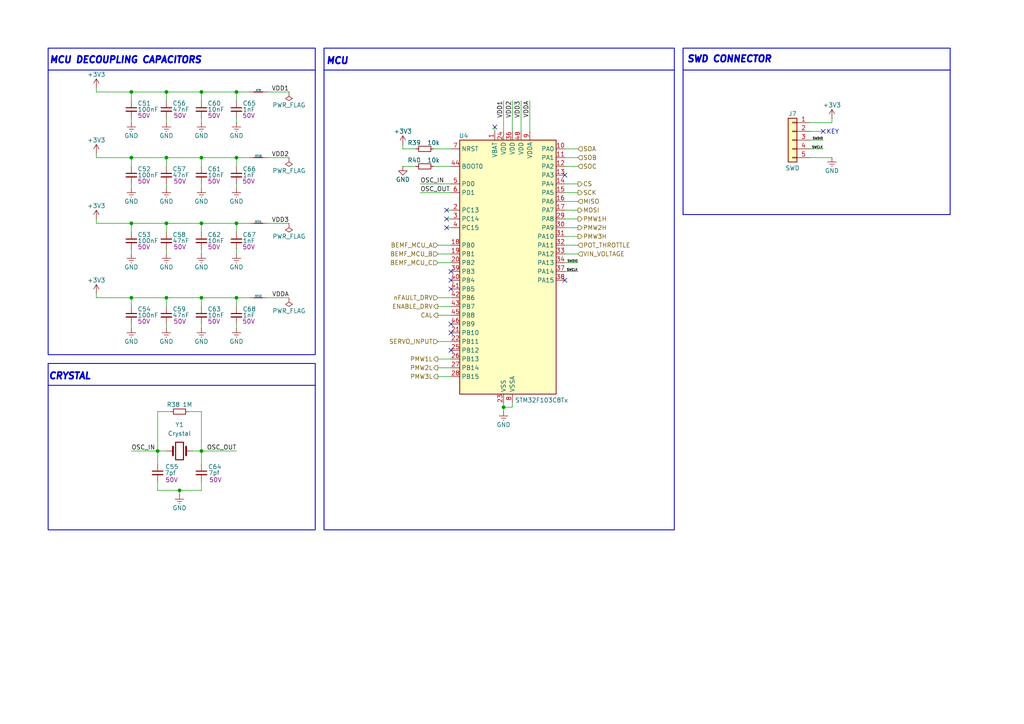
<source format=kicad_sch>
(kicad_sch (version 20231120) (generator "eeschema") (generator_version "8.0")
  (paper "A4")
  (lib_symbols
    (symbol "Connector_Generic:Conn_01x05" (pin_names (offset 1.016) hide)
      (property "Reference" "J" (at 0 7.62 0))
      (property "Value" "Conn_01x05" (at 0 -7.62 0))
      (symbol "Conn_01x05_1_1"
        (rectangle (start -1.27 -4.953) (end 0 -5.207) (stroke (width 0.1524)))
        (rectangle (start -1.27 -2.413) (end 0 -2.667) (stroke (width 0.1524)))
        (rectangle (start -1.27 0.127) (end 0 -0.127) (stroke (width 0.1524)))
        (rectangle (start -1.27 2.667) (end 0 2.413) (stroke (width 0.1524)))
        (rectangle (start -1.27 5.207) (end 0 4.953) (stroke (width 0.1524)))
        (rectangle (start -1.27 6.35) (end 1.27 -6.35) (stroke (width 0.254)) (fill (type background)))
        (pin passive line (at -5.08 5.08 0) (length 3.81) (name "Pin_1") (number "1"))
        (pin passive line (at -5.08 2.54 0) (length 3.81) (name "Pin_2") (number "2"))
        (pin passive line (at -5.08 0 0) (length 3.81) (name "Pin_3") (number "3"))
        (pin passive line (at -5.08 -2.54 0) (length 3.81) (name "Pin_4") (number "4"))
        (pin passive line (at -5.08 -5.08 0) (length 3.81) (name "Pin_5") (number "5"))
      )
    )
    (symbol "Device:C_Small" (pin_numbers hide) (pin_names (offset 0.254) hide)
      (property "Reference" "C" (at 0.254 1.778 0))
      (property "Value" "C_Small" (at 0.254 -2.032 0))
      (symbol "C_Small_0_1"
        (polyline (pts (xy -1.524 -0.508) (xy 1.524 -0.508)) (stroke (width 0.3302)))
        (polyline (pts (xy -1.524 0.508) (xy 1.524 0.508)) (stroke (width 0.3048)))
      )
      (symbol "C_Small_1_1"
        (pin passive line (at 0 2.54 270) (length 2.032) (name "~") (number "1"))
        (pin passive line (at 0 -2.54 90) (length 2.032) (name "~") (number "2"))
      )
    )
    (symbol "Device:Crystal" (pin_numbers hide) (pin_names (offset 1.016) hide)
      (property "Reference" "Y" (at 0 3.81 0))
      (property "Value" "Crystal" (at 0 -3.81 0))
      (symbol "Crystal_0_1"
        (rectangle (start -1.143 2.54) (end 1.143 -2.54) (stroke (width 0.3048)))
        (polyline (pts (xy -2.54 0) (xy -1.905 0)))
        (polyline (pts (xy -1.905 -1.27) (xy -1.905 1.27)) (stroke (width 0.508)))
        (polyline (pts (xy 1.905 -1.27) (xy 1.905 1.27)) (stroke (width 0.508)))
        (polyline (pts (xy 2.54 0) (xy 1.905 0)))
      )
      (symbol "Crystal_1_1"
        (pin passive line (at -3.81 0 0) (length 1.27) (name "1") (number "1"))
        (pin passive line (at 3.81 0 180) (length 1.27) (name "2") (number "2"))
      )
    )
    (symbol "Device:NetTie_2" (pin_numbers hide) (pin_names (offset 0) hide) (in_bom no)
      (property "Reference" "NT" (at 0 1.27 0))
      (property "Value" "NetTie_2" (at 0 -1.27 0))
      (symbol "NetTie_2_0_1"
        (polyline (pts (xy -1.27 0) (xy 1.27 0)) (stroke (width 0.254)))
      )
      (symbol "NetTie_2_1_1"
        (pin passive line (at -2.54 0 0) (length 2.54) (name "1") (number "1"))
        (pin passive line (at 2.54 0 180) (length 2.54) (name "2") (number "2"))
      )
    )
    (symbol "Device:R_Small" (pin_numbers hide) (pin_names (offset 0.254) hide)
      (property "Reference" "R" (at 0.762 0.508 0))
      (property "Value" "R_Small" (at 0.762 -1.016 0))
      (symbol "R_Small_0_1"
        (rectangle (start -0.762 1.778) (end 0.762 -1.778) (stroke (width 0.2032)))
      )
      (symbol "R_Small_1_1"
        (pin passive line (at 0 2.54 270) (length 0.762) (name "~") (number "1"))
        (pin passive line (at 0 -2.54 90) (length 0.762) (name "~") (number "2"))
      )
    )
    (symbol "MCU_ST_STM32F1:STM32F103C8Tx"
      (property "Reference" "U" (at -12.7 39.37 0))
      (property "Value" "STM32F103C8Tx" (at 10.16 39.37 0))
      (symbol "STM32F103C8Tx_0_1"
        (rectangle (start -12.7 -35.56) (end 15.24 38.1) (stroke (width 0.254)) (fill (type background)))
      )
      (symbol "STM32F103C8Tx_1_1"
        (pin power_in line (at -2.54 40.64 270) (length 2.54) (name "VBAT") (number "1"))
        (pin bidirectional line (at 17.78 35.56 180) (length 2.54) (name "PA0") (number "10"))
        (pin bidirectional line (at 17.78 33.02 180) (length 2.54) (name "PA1") (number "11"))
        (pin bidirectional line (at 17.78 30.48 180) (length 2.54) (name "PA2") (number "12"))
        (pin bidirectional line (at 17.78 27.94 180) (length 2.54) (name "PA3") (number "13"))
        (pin bidirectional line (at 17.78 25.4 180) (length 2.54) (name "PA4") (number "14"))
        (pin bidirectional line (at 17.78 22.86 180) (length 2.54) (name "PA5") (number "15"))
        (pin bidirectional line (at 17.78 20.32 180) (length 2.54) (name "PA6") (number "16"))
        (pin bidirectional line (at 17.78 17.78 180) (length 2.54) (name "PA7") (number "17"))
        (pin bidirectional line (at -15.24 7.62 0) (length 2.54) (name "PB0") (number "18"))
        (pin bidirectional line (at -15.24 5.08 0) (length 2.54) (name "PB1") (number "19"))
        (pin bidirectional line (at -15.24 17.78 0) (length 2.54) (name "PC13") (number "2"))
        (pin bidirectional line (at -15.24 2.54 0) (length 2.54) (name "PB2") (number "20"))
        (pin bidirectional line (at -15.24 -17.78 0) (length 2.54) (name "PB10") (number "21"))
        (pin bidirectional line (at -15.24 -20.32 0) (length 2.54) (name "PB11") (number "22"))
        (pin power_in line (at 0 -38.1 90) (length 2.54) (name "VSS") (number "23"))
        (pin power_in line (at 0 40.64 270) (length 2.54) (name "VDD") (number "24"))
        (pin bidirectional line (at -15.24 -22.86 0) (length 2.54) (name "PB12") (number "25"))
        (pin bidirectional line (at -15.24 -25.4 0) (length 2.54) (name "PB13") (number "26"))
        (pin bidirectional line (at -15.24 -27.94 0) (length 2.54) (name "PB14") (number "27"))
        (pin bidirectional line (at -15.24 -30.48 0) (length 2.54) (name "PB15") (number "28"))
        (pin bidirectional line (at 17.78 15.24 180) (length 2.54) (name "PA8") (number "29"))
        (pin bidirectional line (at -15.24 15.24 0) (length 2.54) (name "PC14") (number "3"))
        (pin bidirectional line (at 17.78 12.7 180) (length 2.54) (name "PA9") (number "30"))
        (pin bidirectional line (at 17.78 10.16 180) (length 2.54) (name "PA10") (number "31"))
        (pin bidirectional line (at 17.78 7.62 180) (length 2.54) (name "PA11") (number "32"))
        (pin bidirectional line (at 17.78 5.08 180) (length 2.54) (name "PA12") (number "33"))
        (pin bidirectional line (at 17.78 2.54 180) (length 2.54) (name "PA13") (number "34"))
        (pin passive line (at 0 -38.1 90) (length 2.54) hide (name "VSS") (number "35"))
        (pin power_in line (at 2.54 40.64 270) (length 2.54) (name "VDD") (number "36"))
        (pin bidirectional line (at 17.78 0 180) (length 2.54) (name "PA14") (number "37"))
        (pin bidirectional line (at 17.78 -2.54 180) (length 2.54) (name "PA15") (number "38"))
        (pin bidirectional line (at -15.24 0 0) (length 2.54) (name "PB3") (number "39"))
        (pin bidirectional line (at -15.24 12.7 0) (length 2.54) (name "PC15") (number "4"))
        (pin bidirectional line (at -15.24 -2.54 0) (length 2.54) (name "PB4") (number "40"))
        (pin bidirectional line (at -15.24 -5.08 0) (length 2.54) (name "PB5") (number "41"))
        (pin bidirectional line (at -15.24 -7.62 0) (length 2.54) (name "PB6") (number "42"))
        (pin bidirectional line (at -15.24 -10.16 0) (length 2.54) (name "PB7") (number "43"))
        (pin input line (at -15.24 30.48 0) (length 2.54) (name "BOOT0") (number "44"))
        (pin bidirectional line (at -15.24 -12.7 0) (length 2.54) (name "PB8") (number "45"))
        (pin bidirectional line (at -15.24 -15.24 0) (length 2.54) (name "PB9") (number "46"))
        (pin passive line (at 0 -38.1 90) (length 2.54) hide (name "VSS") (number "47"))
        (pin power_in line (at 5.08 40.64 270) (length 2.54) (name "VDD") (number "48"))
        (pin bidirectional line (at -15.24 25.4 0) (length 2.54) (name "PD0") (number "5"))
        (pin bidirectional line (at -15.24 22.86 0) (length 2.54) (name "PD1") (number "6"))
        (pin input line (at -15.24 35.56 0) (length 2.54) (name "NRST") (number "7"))
        (pin power_in line (at 2.54 -38.1 90) (length 2.54) (name "VSSA") (number "8"))
        (pin power_in line (at 7.62 40.64 270) (length 2.54) (name "VDDA") (number "9"))
      )
    )
    (symbol "power:+5V" (power) (pin_numbers hide) (pin_names (offset 0) hide)
      (property "Value" "+5V" (at 0 3.556 0))
      (symbol "+5V_0_1"
        (polyline (pts (xy -0.762 1.27) (xy 0 2.54)))
        (polyline (pts (xy 0 0) (xy 0 2.54)))
        (polyline (pts (xy 0 2.54) (xy 0.762 1.27)))
      )
      (symbol "+5V_1_1"
        (pin power_in line (at 0 0 90) (length 0) (name "~") (number "1"))
      )
    )
    (symbol "power:Earth" (power) (pin_numbers hide) (pin_names (offset 0) hide)
      (property "Value" "Earth" (at 0 -3.81 0))
      (symbol "Earth_0_1"
        (polyline (pts (xy -0.635 -1.905) (xy 0.635 -1.905)))
        (polyline (pts (xy -0.127 -2.54) (xy 0.127 -2.54)))
        (polyline (pts (xy 0 -1.27) (xy 0 0)))
        (polyline (pts (xy 1.27 -1.27) (xy -1.27 -1.27)))
      )
      (symbol "Earth_1_1"
        (pin power_in line (at 0 0 270) (length 0) (name "~") (number "1"))
      )
    )
    (symbol "power:GND" (power) (pin_numbers hide) (pin_names (offset 0) hide)
      (property "Value" "GND" (at 0 -3.81 0))
      (symbol "GND_0_1"
        (polyline (pts (xy 0 0) (xy 0 -1.27) (xy 1.27 -1.27) (xy 0 -2.54) (xy -1.27 -1.27) (xy 0 -1.27)))
      )
      (symbol "GND_1_1"
        (pin power_in line (at 0 0 270) (length 0) (name "~") (number "1"))
      )
    )
    (symbol "power:PWR_FLAG" (power) (pin_numbers hide) (pin_names (offset 0) hide)
      (property "Value" "PWR_FLAG" (at 0 3.81 0))
      (symbol "PWR_FLAG_0_0"
        (pin power_out line (at 0 0 90) (length 0) (name "~") (number "1"))
      )
      (symbol "PWR_FLAG_0_1"
        (polyline (pts (xy 0 0) (xy 0 1.27) (xy -1.016 1.905) (xy 0 2.54) (xy 1.016 1.905) (xy 0 1.27)))
      )
    )
  )
  (junction (at 68.58 86.36))
  (junction (at 48.26 26.67))
  (junction (at 48.26 86.36))
  (junction (at 52.07 142.24))
  (junction (at 38.1 86.36))
  (junction (at 58.42 26.67))
  (junction (at 58.42 86.36))
  (junction (at 38.1 26.67))
  (junction (at 48.26 64.77))
  (junction (at 58.42 130.81))
  (junction (at 146.05 118.11))
  (junction (at 58.42 64.77))
  (junction (at 38.1 45.72))
  (junction (at 68.58 64.77))
  (junction (at 45.72 130.81))
  (junction (at 68.58 26.67))
  (junction (at 38.1 64.77))
  (junction (at 68.58 45.72))
  (junction (at 58.42 45.72))
  (junction (at 48.26 45.72))
  (no_connect (at 130.81 83.82))
  (no_connect (at 143.51 36.83))
  (no_connect (at 130.81 93.98))
  (no_connect (at 130.81 96.52))
  (no_connect (at 129.54 66.04))
  (no_connect (at 130.81 78.74))
  (no_connect (at 163.83 81.28))
  (no_connect (at 129.54 60.96))
  (no_connect (at 130.81 81.28))
  (no_connect (at 130.81 101.6))
  (no_connect (at 163.83 50.8))
  (no_connect (at 238.76 38.1))
  (no_connect (at 129.54 63.5))
  (wire (pts (xy 68.58 93.98) (xy 68.58 95.25)))
  (wire (pts (xy 127 73.66) (xy 130.81 73.66)))
  (wire (pts (xy 27.94 85.09) (xy 27.94 86.36)))
  (wire (pts (xy 163.83 73.66) (xy 167.64 73.66)))
  (wire (pts (xy 77.47 45.72) (xy 83.82 45.72)))
  (wire (pts (xy 45.72 119.38) (xy 45.72 130.81)))
  (wire (pts (xy 58.42 26.67) (xy 68.58 26.67)))
  (wire (pts (xy 38.1 67.31) (xy 38.1 64.77)))
  (wire (pts (xy 68.58 34.29) (xy 68.58 35.56)))
  (wire (pts (xy 163.83 45.72) (xy 167.64 45.72)))
  (wire (pts (xy 163.83 48.26) (xy 167.64 48.26)))
  (wire (pts (xy 234.95 38.1) (xy 238.76 38.1)))
  (wire (pts (xy 68.58 26.67) (xy 68.58 29.21)))
  (wire (pts (xy 58.42 72.39) (xy 58.42 73.66)))
  (wire (pts (xy 125.73 48.26) (xy 130.81 48.26)))
  (wire (pts (xy 148.59 29.21) (xy 148.59 38.1)))
  (wire (pts (xy 68.58 86.36) (xy 68.58 88.9)))
  (wire (pts (xy 163.83 66.04) (xy 167.64 66.04)))
  (wire (pts (xy 68.58 53.34) (xy 68.58 54.61)))
  (wire (pts (xy 48.26 26.67) (xy 58.42 26.67)))
  (wire (pts (xy 58.42 26.67) (xy 58.42 29.21)))
  (wire (pts (xy 27.94 45.72) (xy 38.1 45.72)))
  (wire (pts (xy 48.26 93.98) (xy 48.26 95.25)))
  (wire (pts (xy 38.1 45.72) (xy 48.26 45.72)))
  (wire (pts (xy 68.58 45.72) (xy 68.58 48.26)))
  (wire (pts (xy 127 88.9) (xy 130.81 88.9)))
  (polyline (pts (xy 13.97 111.76) (xy 91.44 111.76)) (stroke (width 0.254)))
  (wire (pts (xy 48.26 26.67) (xy 48.26 29.21)))
  (wire (pts (xy 130.81 106.68) (xy 127 106.68)))
  (wire (pts (xy 163.83 71.12) (xy 167.64 71.12)))
  (wire (pts (xy 163.83 68.58) (xy 167.64 68.58)))
  (wire (pts (xy 163.83 43.18) (xy 167.64 43.18)))
  (wire (pts (xy 45.72 142.24) (xy 52.07 142.24)))
  (wire (pts (xy 125.73 43.18) (xy 130.81 43.18)))
  (wire (pts (xy 52.07 143.51) (xy 52.07 142.24)))
  (wire (pts (xy 58.42 64.77) (xy 58.42 67.31)))
  (wire (pts (xy 167.64 53.34) (xy 163.83 53.34)))
  (wire (pts (xy 58.42 86.36) (xy 58.42 88.9)))
  (wire (pts (xy 48.26 72.39) (xy 48.26 73.66)))
  (wire (pts (xy 38.1 53.34) (xy 38.1 54.61)))
  (wire (pts (xy 127 86.36) (xy 130.81 86.36)))
  (wire (pts (xy 48.26 34.29) (xy 48.26 35.56)))
  (polyline (pts (xy 13.97 20.32) (xy 91.44 20.32)) (stroke (width 0.254)))
  (wire (pts (xy 48.26 45.72) (xy 48.26 48.26)))
  (wire (pts (xy 77.47 86.36) (xy 83.82 86.36)))
  (wire (pts (xy 58.42 93.98) (xy 58.42 95.25)))
  (wire (pts (xy 38.1 86.36) (xy 48.26 86.36)))
  (wire (pts (xy 58.42 119.38) (xy 58.42 130.81)))
  (wire (pts (xy 163.83 58.42) (xy 167.64 58.42)))
  (wire (pts (xy 148.59 116.84) (xy 148.59 118.11)))
  (wire (pts (xy 234.95 40.64) (xy 238.76 40.64)))
  (wire (pts (xy 45.72 142.24) (xy 45.72 139.7)))
  (wire (pts (xy 48.26 86.36) (xy 58.42 86.36)))
  (wire (pts (xy 45.72 130.81) (xy 48.26 130.81)))
  (wire (pts (xy 48.26 64.77) (xy 58.42 64.77)))
  (wire (pts (xy 38.1 130.81) (xy 45.72 130.81)))
  (wire (pts (xy 38.1 93.98) (xy 38.1 95.25)))
  (wire (pts (xy 58.42 53.34) (xy 58.42 54.61)))
  (wire (pts (xy 163.83 55.88) (xy 167.64 55.88)))
  (wire (pts (xy 58.42 86.36) (xy 68.58 86.36)))
  (wire (pts (xy 45.72 130.81) (xy 45.72 134.62)))
  (wire (pts (xy 58.42 64.77) (xy 68.58 64.77)))
  (polyline (pts (xy 93.98 20.32) (xy 195.58 20.32)) (stroke (width 0.254)))
  (wire (pts (xy 127 99.06) (xy 130.81 99.06)))
  (wire (pts (xy 241.3 45.72) (xy 234.95 45.72)))
  (wire (pts (xy 241.3 34.29) (xy 241.3 35.56)))
  (wire (pts (xy 38.1 64.77) (xy 48.26 64.77)))
  (wire (pts (xy 72.39 45.72) (xy 68.58 45.72)))
  (wire (pts (xy 48.26 86.36) (xy 48.26 88.9)))
  (wire (pts (xy 77.47 64.77) (xy 83.82 64.77)))
  (wire (pts (xy 146.05 118.11) (xy 146.05 119.38)))
  (wire (pts (xy 129.54 66.04) (xy 130.81 66.04)))
  (wire (pts (xy 127 71.12) (xy 130.81 71.12)))
  (wire (pts (xy 27.94 64.77) (xy 38.1 64.77)))
  (wire (pts (xy 52.07 142.24) (xy 58.42 142.24)))
  (wire (pts (xy 48.26 64.77) (xy 48.26 67.31)))
  (polyline (pts (xy 198.12 20.32) (xy 275.59 20.32)) (stroke (width 0.254)))
  (wire (pts (xy 77.47 26.67) (xy 83.82 26.67)))
  (wire (pts (xy 151.13 29.21) (xy 151.13 38.1)))
  (wire (pts (xy 129.54 60.96) (xy 130.81 60.96)))
  (wire (pts (xy 58.42 45.72) (xy 68.58 45.72)))
  (wire (pts (xy 48.26 45.72) (xy 58.42 45.72)))
  (wire (pts (xy 58.42 130.81) (xy 68.58 130.81)))
  (wire (pts (xy 58.42 34.29) (xy 58.42 35.56)))
  (wire (pts (xy 116.84 48.26) (xy 120.65 48.26)))
  (wire (pts (xy 146.05 29.21) (xy 146.05 38.1)))
  (wire (pts (xy 163.83 60.96) (xy 167.64 60.96)))
  (wire (pts (xy 129.54 63.5) (xy 130.81 63.5)))
  (wire (pts (xy 143.51 36.83) (xy 143.51 38.1)))
  (wire (pts (xy 163.83 76.2) (xy 167.64 76.2)))
  (wire (pts (xy 72.39 26.67) (xy 68.58 26.67)))
  (wire (pts (xy 58.42 130.81) (xy 55.88 130.81)))
  (wire (pts (xy 121.92 53.34) (xy 130.81 53.34)))
  (wire (pts (xy 121.92 55.88) (xy 130.81 55.88)))
  (wire (pts (xy 27.94 44.45) (xy 27.94 45.72)))
  (wire (pts (xy 163.83 78.74) (xy 167.64 78.74)))
  (wire (pts (xy 38.1 26.67) (xy 48.26 26.67)))
  (wire (pts (xy 127 91.44) (xy 130.81 91.44)))
  (wire (pts (xy 72.39 86.36) (xy 68.58 86.36)))
  (wire (pts (xy 153.67 29.21) (xy 153.67 38.1)))
  (wire (pts (xy 146.05 118.11) (xy 148.59 118.11)))
  (wire (pts (xy 27.94 25.4) (xy 27.94 26.67)))
  (wire (pts (xy 68.58 72.39) (xy 68.58 73.66)))
  (wire (pts (xy 38.1 29.21) (xy 38.1 26.67)))
  (wire (pts (xy 234.95 43.18) (xy 238.76 43.18)))
  (wire (pts (xy 120.65 43.18) (xy 116.84 43.18)))
  (wire (pts (xy 27.94 63.5) (xy 27.94 64.77)))
  (wire (pts (xy 146.05 116.84) (xy 146.05 118.11)))
  (wire (pts (xy 127 76.2) (xy 130.81 76.2)))
  (wire (pts (xy 45.72 119.38) (xy 49.53 119.38)))
  (wire (pts (xy 130.81 104.14) (xy 127 104.14)))
  (wire (pts (xy 72.39 64.77) (xy 68.58 64.77)))
  (wire (pts (xy 234.95 35.56) (xy 241.3 35.56)))
  (wire (pts (xy 58.42 45.72) (xy 58.42 48.26)))
  (wire (pts (xy 163.83 63.5) (xy 167.64 63.5)))
  (wire (pts (xy 38.1 88.9) (xy 38.1 86.36)))
  (wire (pts (xy 27.94 26.67) (xy 38.1 26.67)))
  (wire (pts (xy 38.1 34.29) (xy 38.1 35.56)))
  (wire (pts (xy 38.1 72.39) (xy 38.1 73.66)))
  (wire (pts (xy 130.81 109.22) (xy 127 109.22)))
  (wire (pts (xy 116.84 41.91) (xy 116.84 43.18)))
  (wire (pts (xy 58.42 142.24) (xy 58.42 139.7)))
  (wire (pts (xy 27.94 86.36) (xy 38.1 86.36)))
  (wire (pts (xy 54.61 119.38) (xy 58.42 119.38)))
  (wire (pts (xy 48.26 53.34) (xy 48.26 54.61)))
  (wire (pts (xy 58.42 130.81) (xy 58.42 134.62)))
  (wire (pts (xy 68.58 64.77) (xy 68.58 67.31)))
  (wire (pts (xy 38.1 48.26) (xy 38.1 45.72)))
  (rectangle (start 13.97 105.41) (end 91.44 153.67) (stroke (width 0.254)))
  (rectangle (start 198.12 13.97) (end 275.59 62.23) (stroke (width 0.254)))
  (rectangle (start 93.98 13.97) (end 195.58 153.67) (stroke (width 0.254)))
  (rectangle (start 13.97 13.97) (end 91.44 102.87) (stroke (width 0.254)))
  (text "KEY" (at 241.554 38.354 0) (effects (font (size 1.27 1.27))))
  (text "CRYSTAL" (at 13.97 109.22 0) (effects (font (size 1.905 1.905) (thickness 0.508) (bold yes) (italic yes)) (justify left)))
  (text "MCU" (at 94.488 17.78 0) (effects (font (size 1.905 1.905) (thickness 0.508) (bold yes) (italic yes)) (justify left)))
  (text "SWD CONNECTOR" (at 199.136 17.272 0) (effects (font (size 1.905 1.905) (thickness 0.508) (bold yes) (italic yes)) (justify left)))
  (text "MCU DECOUPLING CAPACITORS" (at 14.224 17.526 0) (effects (font (size 1.905 1.905) (thickness 0.508) (bold yes) (italic yes)) (justify left)))
  (label "VDD1" (at 146.05 29.21 270))
  (label "OSC_OUT" (at 68.58 130.81 180))
  (label "OSC_OUT" (at 121.92 55.88 0))
  (label "SWCLK" (at 167.64 78.74 180) (effects (font (size 0.635 0.635))))
  (label "VDD2" (at 83.82 45.72 180))
  (label "VDD3" (at 83.82 64.77 180))
  (label "VDD2" (at 148.59 29.21 270))
  (label "VDD1" (at 83.82 26.67 180))
  (label "SWDIO" (at 238.76 40.64 180) (effects (font (size 0.635 0.635))))
  (label "SWCLK" (at 238.76 43.18 180) (effects (font (size 0.635 0.635))))
  (label "VDD3" (at 151.13 29.21 270))
  (label "OSC_IN" (at 38.1 130.81 0))
  (label "OSC_IN" (at 121.92 53.34 0))
  (label "VDDA" (at 153.67 29.21 270))
  (label "SWDIO" (at 167.64 76.2 180) (effects (font (size 0.635 0.635))))
  (label "VDDA" (at 83.82 86.36 180))
  (hierarchical_label "CS" (shape output) (at 167.64 53.34 0))
  (hierarchical_label "PMW3L" (shape output) (at 127 109.22 180))
  (hierarchical_label "BEMF_MCU_B" (shape input) (at 127 73.66 180))
  (hierarchical_label "PMW3H" (shape output) (at 167.64 68.58 0))
  (hierarchical_label "POT_THROTTLE" (shape input) (at 167.64 71.12 0))
  (hierarchical_label "nFAULT_DRV" (shape input) (at 127 86.36 180))
  (hierarchical_label "PMW2L" (shape output) (at 127 106.68 180))
  (hierarchical_label "ENABLE_DRV" (shape output) (at 127 88.9 180))
  (hierarchical_label "PMW2H" (shape output) (at 167.64 66.04 0))
  (hierarchical_label "SERVO_INPUT" (shape input) (at 127 99.06 180))
  (hierarchical_label "CAL" (shape output) (at 127 91.44 180))
  (hierarchical_label "SOA" (shape input) (at 167.64 43.18 0))
  (hierarchical_label "SCK" (shape output) (at 167.64 55.88 0))
  (hierarchical_label "PMW1H" (shape output) (at 167.64 63.5 0))
  (hierarchical_label "MISO" (shape input) (at 167.64 58.42 0))
  (hierarchical_label "PMW1L" (shape output) (at 127 104.14 180))
  (hierarchical_label "BEMF_MCU_A" (shape input) (at 127 71.12 180))
  (hierarchical_label "SOB" (shape input) (at 167.64 45.72 0))
  (hierarchical_label "MOSI" (shape output) (at 167.64 60.96 0))
  (hierarchical_label "SOC" (shape input) (at 167.64 48.26 0))
  (hierarchical_label "VIN_VOLTAGE" (shape input) (at 167.64 73.66 0))
  (hierarchical_label "BEMF_MCU_C" (shape input) (at 127 76.2 180))
  (symbol (lib_id "Device:NetTie_2") (at 74.93 26.67 0) (unit 1) (in_bom no)
    (property "Reference" "NT9" (at 74.93 26.162 0) (effects (font (size 0.508 0.508))))
    (property "Value" "NetTie_2" (effects (hide yes)))
    (property "Footprint" "NetTie:NetTie-2_SMD_Pad0.5mm" (effects (hide yes)))
    (property "Description" "Net tie, 2 pins" (effects (hide yes)))
  )
  (symbol (lib_id "power:+5V") (at 27.94 63.5 0) (unit 1)
    (property "Reference" "#PWR096" (effects (hide yes)))
    (property "Value" "+3V3" (at 27.94 59.69 0))
    (property "Description" "Power symbol creates a global label with name \"+5V\"" (effects (hide yes)))
  )
  (symbol (lib_id "Device:C_Small") (at 48.26 91.44 0) (mirror y) (unit 1)
    (property "Reference" "C59" (at 50.038 89.662 0) (effects (justify right)))
    (property "Value" "47nF" (at 50.038 91.44 0) (effects (justify right)))
    (property "Footprint" "Capacitor_SMD:C_0603_1608Metric" (effects (hide yes)))
    (property "Description" "Unpolarized capacitor, small symbol" (effects (hide yes)))
    (property "Voltage" "50V" (at 50.292 93.218 0) (effects (justify right)))
    (property "Link" "https://ozdisan.com/pasif-komponentler/kapasitorler/smt-smd-ve-mlcc-kapasitorler/CL10B473KB8NNNC/15506" (effects (hide yes)))
    (property "Mfr.No" "CL10B473KB8NNNC" (effects (hide yes)))
  )
  (symbol (lib_id "power:Earth") (at 68.58 73.66 0) (unit 1)
    (property "Reference" "#PWR0113" (effects (hide yes)))
    (property "Value" "GND" (at 68.58 77.47 0))
    (property "Description" "Power symbol creates a global label with name \"Earth\"" (effects (hide yes)))
  )
  (symbol (lib_id "power:Earth") (at 38.1 35.56 0) (unit 1)
    (property "Reference" "#PWR098" (effects (hide yes)))
    (property "Value" "GND" (at 38.1 39.37 0))
    (property "Description" "Power symbol creates a global label with name \"Earth\"" (effects (hide yes)))
  )
  (symbol (lib_id "power:Earth") (at 58.42 95.25 0) (unit 1)
    (property "Reference" "#PWR0110" (effects (hide yes)))
    (property "Value" "GND" (at 58.42 99.06 0))
    (property "Description" "Power symbol creates a global label with name \"Earth\"" (effects (hide yes)))
  )
  (symbol (lib_id "power:Earth") (at 68.58 95.25 0) (unit 1)
    (property "Reference" "#PWR0114" (effects (hide yes)))
    (property "Value" "GND" (at 68.58 99.06 0))
    (property "Description" "Power symbol creates a global label with name \"Earth\"" (effects (hide yes)))
  )
  (symbol (lib_id "power:Earth") (at 58.42 54.61 0) (unit 1)
    (property "Reference" "#PWR0108" (effects (hide yes)))
    (property "Value" "GND" (at 58.42 58.42 0))
    (property "Description" "Power symbol creates a global label with name \"Earth\"" (effects (hide yes)))
  )
  (symbol (lib_id "Device:C_Small") (at 38.1 31.75 0) (mirror y) (unit 1)
    (property "Reference" "C51" (at 39.878 29.972 0) (effects (justify right)))
    (property "Value" "100nF" (at 39.878 31.75 0) (effects (justify right)))
    (property "Footprint" "Capacitor_SMD:C_0603_1608Metric" (effects (hide yes)))
    (property "Description" "Unpolarized capacitor, small symbol" (effects (hide yes)))
    (property "Voltage" "50V" (at 39.878 33.528 0) (effects (justify right)))
    (property "Link" "https://ozdisan.com/pasif-komponentler/kapasitorler/smt-smd-ve-mlcc-kapasitorler/MCF03KTB500104/1057170" (effects (hide yes)))
    (property "Mfr.No" "MCF03KTB500104" (effects (hide yes)))
  )
  (symbol (lib_id "power:Earth") (at 52.07 143.51 0) (unit 1)
    (property "Reference" "#PWR0106" (effects (hide yes)))
    (property "Value" "GND" (at 52.07 147.32 0))
    (property "Description" "Power symbol creates a global label with name \"Earth\"" (effects (hide yes)))
  )
  (symbol (lib_id "power:Earth") (at 48.26 95.25 0) (unit 1)
    (property "Reference" "#PWR0105" (effects (hide yes)))
    (property "Value" "GND" (at 48.26 99.06 0))
    (property "Description" "Power symbol creates a global label with name \"Earth\"" (effects (hide yes)))
  )
  (symbol (lib_id "Device:NetTie_2") (at 74.93 64.77 0) (unit 1) (in_bom no)
    (property "Reference" "NT11" (at 74.93 64.262 0) (effects (font (size 0.508 0.508))))
    (property "Value" "NetTie_2" (effects (hide yes)))
    (property "Footprint" "NetTie:NetTie-2_SMD_Pad0.5mm" (effects (hide yes)))
    (property "Description" "Net tie, 2 pins" (effects (hide yes)))
  )
  (symbol (lib_id "power:Earth") (at 48.26 73.66 0) (unit 1)
    (property "Reference" "#PWR0104" (effects (hide yes)))
    (property "Value" "GND" (at 48.26 77.47 0))
    (property "Description" "Power symbol creates a global label with name \"Earth\"" (effects (hide yes)))
  )
  (symbol (lib_id "power:+5V") (at 27.94 85.09 0) (unit 1)
    (property "Reference" "#PWR097" (effects (hide yes)))
    (property "Value" "+3V3" (at 27.94 81.28 0))
    (property "Description" "Power symbol creates a global label with name \"+5V\"" (effects (hide yes)))
  )
  (symbol (lib_id "power:Earth") (at 38.1 73.66 0) (unit 1)
    (property "Reference" "#PWR0100" (effects (hide yes)))
    (property "Value" "GND" (at 38.1 77.47 0))
    (property "Description" "Power symbol creates a global label with name \"Earth\"" (effects (hide yes)))
  )
  (symbol (lib_id "Device:NetTie_2") (at 74.93 45.72 0) (unit 1) (in_bom no)
    (property "Reference" "NT10" (at 74.93 45.212 0) (effects (font (size 0.508 0.508))))
    (property "Value" "NetTie_2" (effects (hide yes)))
    (property "Footprint" "NetTie:NetTie-2_SMD_Pad0.5mm" (effects (hide yes)))
    (property "Description" "Net tie, 2 pins" (effects (hide yes)))
  )
  (symbol (lib_id "Device:R_Small") (at 123.19 48.26 90) (unit 1)
    (property "Reference" "R40" (at 120.142 46.482 90))
    (property "Value" "10k" (at 125.73 46.482 90))
    (property "Footprint" "Resistor_SMD:R_0603_1608Metric" (effects (hide yes)))
    (property "Description" "Resistor, small symbol" (effects (hide yes)))
    (property "Link" "https://ozdisan.com/pasif-komponentler/direncler/smt-smd-ve-cip-direncler/CRT03F7E1002/1054351" (effects (hide yes)))
    (property "Mfr.No" "CRT03F7E1002" (effects (hide yes)))
  )
  (symbol (lib_id "power:+5V") (at 27.94 25.4 0) (unit 1)
    (property "Reference" "#PWR094" (effects (hide yes)))
    (property "Value" "+3V3" (at 27.94 21.59 0))
    (property "Description" "Power symbol creates a global label with name \"+5V\"" (effects (hide yes)))
  )
  (symbol (lib_id "Device:C_Small") (at 38.1 91.44 0) (mirror y) (unit 1)
    (property "Reference" "C54" (at 39.878 89.662 0) (effects (justify right)))
    (property "Value" "100nF" (at 39.878 91.44 0) (effects (justify right)))
    (property "Footprint" "Capacitor_SMD:C_0603_1608Metric" (effects (hide yes)))
    (property "Description" "Unpolarized capacitor, small symbol" (effects (hide yes)))
    (property "Voltage" "50V" (at 39.878 93.218 0) (effects (justify right)))
    (property "Link" "https://ozdisan.com/pasif-komponentler/kapasitorler/smt-smd-ve-mlcc-kapasitorler/MCF03KTB500104/1057170" (effects (hide yes)))
    (property "Mfr.No" "MCF03KTB500104" (effects (hide yes)))
  )
  (symbol (lib_id "power:PWR_FLAG") (at 83.82 64.77 180) (unit 1)
    (property "Reference" "#FLG013" (effects (hide yes)))
    (property "Value" "PWR_FLAG" (at 83.82 68.58 0))
    (property "Description" "Special symbol for telling ERC where power comes from" (effects (hide yes)))
  )
  (symbol (lib_id "power:Earth") (at 146.05 119.38 0) (unit 1)
    (property "Reference" "#PWR0117" (effects (hide yes)))
    (property "Value" "GND" (at 146.05 123.19 0))
    (property "Description" "Power symbol creates a global label with name \"Earth\"" (effects (hide yes)))
  )
  (symbol (lib_id "Device:C_Small") (at 58.42 31.75 0) (mirror y) (unit 1)
    (property "Reference" "C60" (at 60.198 29.972 0) (effects (justify right)))
    (property "Value" "10nF" (at 60.198 31.75 0) (effects (justify right)))
    (property "Footprint" "Capacitor_SMD:C_0603_1608Metric" (effects (hide yes)))
    (property "Description" "Unpolarized capacitor, small symbol" (effects (hide yes)))
    (property "Voltage" "50V" (at 60.198 33.528 0) (effects (justify right)))
    (property "Link" "https://ozdisan.com/pasif-komponentler/kapasitorler/smt-smd-ve-mlcc-kapasitorler/MCF03KTB500103/1057173" (effects (hide yes)))
    (property "Mfr.No" "MCF03KTB500103" (effects (hide yes)))
  )
  (symbol (lib_id "power:PWR_FLAG") (at 83.82 45.72 180) (unit 1)
    (property "Reference" "#FLG012" (effects (hide yes)))
    (property "Value" "PWR_FLAG" (at 83.82 49.53 0))
    (property "Description" "Special symbol for telling ERC where power comes from" (effects (hide yes)))
  )
  (symbol (lib_id "Device:C_Small") (at 48.26 50.8 0) (mirror y) (unit 1)
    (property "Reference" "C57" (at 50.038 49.022 0) (effects (justify right)))
    (property "Value" "47nF" (at 50.038 50.8 0) (effects (justify right)))
    (property "Footprint" "Capacitor_SMD:C_0603_1608Metric" (effects (hide yes)))
    (property "Description" "Unpolarized capacitor, small symbol" (effects (hide yes)))
    (property "Voltage" "50V" (at 50.292 52.578 0) (effects (justify right)))
    (property "Link" "https://ozdisan.com/pasif-komponentler/kapasitorler/smt-smd-ve-mlcc-kapasitorler/CL10B473KB8NNNC/15506" (effects (hide yes)))
    (property "Mfr.No" "CL10B473KB8NNNC" (effects (hide yes)))
  )
  (symbol (lib_id "power:PWR_FLAG") (at 83.82 86.36 180) (unit 1)
    (property "Reference" "#FLG014" (effects (hide yes)))
    (property "Value" "PWR_FLAG" (at 83.82 90.17 0))
    (property "Description" "Special symbol for telling ERC where power comes from" (effects (hide yes)))
  )
  (symbol (lib_id "power:Earth") (at 48.26 35.56 0) (unit 1)
    (property "Reference" "#PWR0102" (effects (hide yes)))
    (property "Value" "GND" (at 48.26 39.37 0))
    (property "Description" "Power symbol creates a global label with name \"Earth\"" (effects (hide yes)))
  )
  (symbol (lib_id "Device:C_Small") (at 68.58 91.44 0) (mirror y) (unit 1)
    (property "Reference" "C68" (at 70.358 89.662 0) (effects (justify right)))
    (property "Value" "1nF" (at 70.358 91.44 0) (effects (justify right)))
    (property "Footprint" "Capacitor_SMD:C_0603_1608Metric" (effects (hide yes)))
    (property "Description" "Unpolarized capacitor, small symbol" (effects (hide yes)))
    (property "Voltage" "50V" (at 72.136 93.218 0))
    (property "Link" "https://ozdisan.com/pasif-komponentler/kapasitorler/smt-smd-ve-mlcc-kapasitorler/MCF03KTB500102/1057177" (effects (hide yes)))
    (property "Mfr.No" "MCF03KTB500102" (effects (hide yes)))
  )
  (symbol (lib_id "Device:C_Small") (at 38.1 69.85 0) (mirror y) (unit 1)
    (property "Reference" "C53" (at 39.878 68.072 0) (effects (justify right)))
    (property "Value" "100nF" (at 39.878 69.85 0) (effects (justify right)))
    (property "Footprint" "Capacitor_SMD:C_0603_1608Metric" (effects (hide yes)))
    (property "Description" "Unpolarized capacitor, small symbol" (effects (hide yes)))
    (property "Voltage" "50V" (at 39.878 71.628 0) (effects (justify right)))
    (property "Link" "https://ozdisan.com/pasif-komponentler/kapasitorler/smt-smd-ve-mlcc-kapasitorler/MCF03KTB500104/1057170" (effects (hide yes)))
    (property "Mfr.No" "MCF03KTB500104" (effects (hide yes)))
  )
  (symbol (lib_id "power:Earth") (at 68.58 35.56 0) (unit 1)
    (property "Reference" "#PWR0111" (effects (hide yes)))
    (property "Value" "GND" (at 68.58 39.37 0))
    (property "Description" "Power symbol creates a global label with name \"Earth\"" (effects (hide yes)))
  )
  (symbol (lib_id "Device:C_Small") (at 58.42 69.85 0) (mirror y) (unit 1)
    (property "Reference" "C62" (at 60.198 68.072 0) (effects (justify right)))
    (property "Value" "10nF" (at 60.198 69.85 0) (effects (justify right)))
    (property "Footprint" "Capacitor_SMD:C_0603_1608Metric" (effects (hide yes)))
    (property "Description" "Unpolarized capacitor, small symbol" (effects (hide yes)))
    (property "Voltage" "50V" (at 60.198 71.628 0) (effects (justify right)))
    (property "Link" "https://ozdisan.com/pasif-komponentler/kapasitorler/smt-smd-ve-mlcc-kapasitorler/MCF03KTB500103/1057173" (effects (hide yes)))
    (property "Mfr.No" "MCF03KTB500103" (effects (hide yes)))
  )
  (symbol (lib_id "power:PWR_FLAG") (at 83.82 26.67 180) (unit 1)
    (property "Reference" "#FLG011" (effects (hide yes)))
    (property "Value" "PWR_FLAG" (at 83.82 30.48 0))
    (property "Description" "Special symbol for telling ERC where power comes from" (effects (hide yes)))
  )
  (symbol (lib_id "Device:NetTie_2") (at 74.93 86.36 0) (unit 1) (in_bom no)
    (property "Reference" "NT12" (at 74.93 85.852 0) (effects (font (size 0.508 0.508))))
    (property "Value" "NetTie_2" (effects (hide yes)))
    (property "Footprint" "NetTie:NetTie-2_SMD_Pad0.5mm" (effects (hide yes)))
    (property "Description" "Net tie, 2 pins" (effects (hide yes)))
  )
  (symbol (lib_id "power:Earth") (at 38.1 95.25 0) (unit 1)
    (property "Reference" "#PWR0101" (effects (hide yes)))
    (property "Value" "GND" (at 38.1 99.06 0))
    (property "Description" "Power symbol creates a global label with name \"Earth\"" (effects (hide yes)))
  )
  (symbol (lib_id "power:Earth") (at 68.58 54.61 0) (unit 1)
    (property "Reference" "#PWR0112" (effects (hide yes)))
    (property "Value" "GND" (at 68.58 58.42 0))
    (property "Description" "Power symbol creates a global label with name \"Earth\"" (effects (hide yes)))
  )
  (symbol (lib_id "power:+5V") (at 241.3 34.29 0) (unit 1)
    (property "Reference" "#PWR0118" (effects (hide yes)))
    (property "Value" "+3V3" (at 241.3 30.48 0))
    (property "Description" "Power symbol creates a global label with name \"+5V\"" (effects (hide yes)))
  )
  (symbol (lib_id "Device:C_Small") (at 45.72 137.16 0) (mirror y) (unit 1)
    (property "Reference" "C55" (at 51.816 135.382 0) (effects (justify left)))
    (property "Value" "7pf" (at 51.054 137.16 0) (effects (justify left)))
    (property "Footprint" "Capacitor_SMD:C_0603_1608Metric" (effects (hide yes)))
    (property "Description" "Unpolarized capacitor, small symbol" (effects (hide yes)))
    (property "Voltaj" "50V" (at 49.784 139.192 0))
    (property "Link" "https://ozdisan.com/pasif-komponentler/kapasitorler/smt-smd-ve-mlcc-kapasitorler/CL10C070CB8NNNC/522417" (effects (hide yes)))
    (property "Mfr.No" "CL10C070CB8NNNC" (effects (hide yes)))
  )
  (symbol (lib_id "Device:C_Small") (at 68.58 31.75 0) (mirror y) (unit 1)
    (property "Reference" "C65" (at 70.358 29.972 0) (effects (justify right)))
    (property "Value" "1nF" (at 70.358 31.75 0) (effects (justify right)))
    (property "Footprint" "Capacitor_SMD:C_0603_1608Metric" (effects (hide yes)))
    (property "Description" "Unpolarized capacitor, small symbol" (effects (hide yes)))
    (property "Voltage" "50V" (at 72.136 33.528 0))
    (property "Link" "https://ozdisan.com/pasif-komponentler/kapasitorler/smt-smd-ve-mlcc-kapasitorler/MCF03KTB500102/1057177" (effects (hide yes)))
    (property "Mfr.No" "MCF03KTB500102" (effects (hide yes)))
  )
  (symbol (lib_id "Connector_Generic:Conn_01x05") (at 229.87 40.64 0) (mirror y) (unit 1)
    (property "Reference" "J7" (at 229.87 33.02 0))
    (property "Value" "SWD" (at 229.87 48.768 0))
    (property "Footprint" "Connector_PinHeader_2.54mm:PinHeader_1x05_P2.54mm_Vertical" (effects (hide yes)))
    (property "Description" "Generic connector, single row, 01x05, script generated (kicad-library-utils/schlib/autogen/connector/)" (effects (hide yes)))
  )
  (symbol (lib_id "power:Earth") (at 58.42 73.66 0) (unit 1)
    (property "Reference" "#PWR0109" (effects (hide yes)))
    (property "Value" "GND" (at 58.42 77.47 0))
    (property "Description" "Power symbol creates a global label with name \"Earth\"" (effects (hide yes)))
  )
  (symbol (lib_id "power:Earth") (at 58.42 35.56 0) (unit 1)
    (property "Reference" "#PWR0107" (effects (hide yes)))
    (property "Value" "GND" (at 58.42 39.37 0))
    (property "Description" "Power symbol creates a global label with name \"Earth\"" (effects (hide yes)))
  )
  (symbol (lib_id "Device:C_Small") (at 58.42 91.44 0) (mirror y) (unit 1)
    (property "Reference" "C63" (at 60.198 89.662 0) (effects (justify right)))
    (property "Value" "10nF" (at 60.198 91.44 0) (effects (justify right)))
    (property "Footprint" "Capacitor_SMD:C_0603_1608Metric" (effects (hide yes)))
    (property "Description" "Unpolarized capacitor, small symbol" (effects (hide yes)))
    (property "Voltage" "50V" (at 60.198 93.218 0) (effects (justify right)))
    (property "Link" "https://ozdisan.com/pasif-komponentler/kapasitorler/smt-smd-ve-mlcc-kapasitorler/MCF03KTB500103/1057173" (effects (hide yes)))
    (property "Mfr.No" "MCF03KTB500103" (effects (hide yes)))
  )
  (symbol (lib_id "Device:Crystal") (at 52.07 130.81 0) (unit 1)
    (property "Reference" "Y1" (at 52.07 123.19 0))
    (property "Value" "Crystal" (at 52.07 125.73 0))
    (property "Footprint" "Crystal:Crystal_SMD_TXC_7A-2Pin_5x3.2mm" (effects (hide yes)))
    (property "Description" "Two pin crystal" (effects (hide yes)))
    (property "Link" "https://ozdisan.com/pasif-komponentler/kristaller-osilatorler-ve-rezanatorler/kristaller/H130A-8-000-8-2030-TR/581196" (effects (hide yes)))
    (property "Mfr.No" "H130A-8.000-8-2030-TR" (effects (hide yes)))
  )
  (symbol (lib_id "Device:C_Small") (at 58.42 137.16 0) (mirror y) (unit 1)
    (property "Reference" "C64" (at 64.262 135.382 0) (effects (justify left)))
    (property "Value" "7pf" (at 63.754 137.16 0) (effects (justify left)))
    (property "Footprint" "Capacitor_SMD:C_0603_1608Metric" (effects (hide yes)))
    (property "Description" "Unpolarized capacitor, small symbol" (effects (hide yes)))
    (property "Voltaj" "50V" (at 62.484 139.192 0))
    (property "Link" "https://ozdisan.com/pasif-komponentler/kapasitorler/smt-smd-ve-mlcc-kapasitorler/CL10C070CB8NNNC/522417" (effects (hide yes)))
    (property "Mfr.No" "CL10C070CB8NNNC" (effects (hide yes)))
  )
  (symbol (lib_id "Device:C_Small") (at 48.26 31.75 0) (mirror y) (unit 1)
    (property "Reference" "C56" (at 50.038 29.972 0) (effects (justify right)))
    (property "Value" "47nF" (at 50.038 31.75 0) (effects (justify right)))
    (property "Footprint" "Capacitor_SMD:C_0603_1608Metric" (effects (hide yes)))
    (property "Description" "Unpolarized capacitor, small symbol" (effects (hide yes)))
    (property "Voltage" "50V" (at 50.292 33.528 0) (effects (justify right)))
    (property "Link" "https://ozdisan.com/pasif-komponentler/kapasitorler/smt-smd-ve-mlcc-kapasitorler/CL10B473KB8NNNC/15506" (effects (hide yes)))
    (property "Mfr.No" "CL10B473KB8NNNC" (effects (hide yes)))
  )
  (symbol (lib_id "Device:C_Small") (at 48.26 69.85 0) (mirror y) (unit 1)
    (property "Reference" "C58" (at 50.038 68.072 0) (effects (justify right)))
    (property "Value" "47nF" (at 50.038 69.85 0) (effects (justify right)))
    (property "Footprint" "Capacitor_SMD:C_0603_1608Metric" (effects (hide yes)))
    (property "Description" "Unpolarized capacitor, small symbol" (effects (hide yes)))
    (property "Voltage" "50V" (at 50.292 71.628 0) (effects (justify right)))
    (property "Link" "https://ozdisan.com/pasif-komponentler/kapasitorler/smt-smd-ve-mlcc-kapasitorler/CL10B473KB8NNNC/15506" (effects (hide yes)))
    (property "Mfr.No" "CL10B473KB8NNNC" (effects (hide yes)))
  )
  (symbol (lib_id "power:Earth") (at 241.3 45.72 0) (unit 1)
    (property "Reference" "#PWR0119" (effects (hide yes)))
    (property "Value" "GND" (at 241.3 49.53 0))
    (property "Description" "Power symbol creates a global label with name \"Earth\"" (effects (hide yes)))
  )
  (symbol (lib_id "Device:R_Small") (at 52.07 119.38 270) (unit 1)
    (property "Reference" "R38" (at 50.292 117.348 90))
    (property "Value" "1M" (at 54.356 117.348 90))
    (property "Footprint" "Resistor_SMD:R_0805_2012Metric" (effects (hide yes)))
    (property "Description" "Resistor, small symbol" (effects (hide yes)))
    (property "Link" "https://ozdisan.com/pasif-komponentler/direncler/smt-smd-ve-cip-direncler/0603SAJ0105T5E/338878" (effects (hide yes)))
    (property "Mfr.No" "0603SAJ0105T5E" (effects (hide yes)))
  )
  (symbol (lib_id "Device:R_Small") (at 123.19 43.18 90) (unit 1)
    (property "Reference" "R39" (at 120.142 41.402 90))
    (property "Value" "10k" (at 125.73 41.402 90))
    (property "Footprint" "Resistor_SMD:R_0603_1608Metric" (effects (hide yes)))
    (property "Description" "Resistor, small symbol" (effects (hide yes)))
    (property "Link" "https://ozdisan.com/pasif-komponentler/direncler/smt-smd-ve-cip-direncler/CRT03F7E1002/1054351" (effects (hide yes)))
    (property "Mfr.No" "CRT03F7E1002" (effects (hide yes)))
  )
  (symbol (lib_id "power:Earth") (at 38.1 54.61 0) (unit 1)
    (property "Reference" "#PWR099" (effects (hide yes)))
    (property "Value" "GND" (at 38.1 58.42 0))
    (property "Description" "Power symbol creates a global label with name \"Earth\"" (effects (hide yes)))
  )
  (symbol (lib_id "power:GND") (at 116.84 48.26 0) (unit 1)
    (property "Reference" "#PWR0116" (effects (hide yes)))
    (property "Value" "GND" (at 116.84 52.07 0))
    (property "Description" "Power symbol creates a global label with name \"GND\" , ground" (effects (hide yes)))
  )
  (symbol (lib_id "Device:C_Small") (at 68.58 50.8 0) (mirror y) (unit 1)
    (property "Reference" "C66" (at 70.358 49.022 0) (effects (justify right)))
    (property "Value" "1nF" (at 70.358 50.8 0) (effects (justify right)))
    (property "Footprint" "Capacitor_SMD:C_0603_1608Metric" (effects (hide yes)))
    (property "Description" "Unpolarized capacitor, small symbol" (effects (hide yes)))
    (property "Voltage" "50V" (at 72.136 52.578 0))
    (property "Link" "https://ozdisan.com/pasif-komponentler/kapasitorler/smt-smd-ve-mlcc-kapasitorler/MCF03KTB500102/1057177" (effects (hide yes)))
    (property "Mfr.No" "MCF03KTB500102" (effects (hide yes)))
  )
  (symbol (lib_id "power:+5V") (at 27.94 44.45 0) (unit 1)
    (property "Reference" "#PWR095" (effects (hide yes)))
    (property "Value" "+3V3" (at 27.94 40.64 0))
    (property "Description" "Power symbol creates a global label with name \"+5V\"" (effects (hide yes)))
  )
  (symbol (lib_id "power:+5V") (at 116.84 41.91 0) (unit 1)
    (property "Reference" "#PWR0115" (effects (hide yes)))
    (property "Value" "+3V3" (at 116.84 38.1 0))
    (property "Description" "Power symbol creates a global label with name \"+5V\"" (effects (hide yes)))
  )
  (symbol (lib_id "Device:C_Small") (at 68.58 69.85 0) (mirror y) (unit 1)
    (property "Reference" "C67" (at 70.358 68.072 0) (effects (justify right)))
    (property "Value" "1nF" (at 70.358 69.85 0) (effects (justify right)))
    (property "Footprint" "Capacitor_SMD:C_0603_1608Metric" (effects (hide yes)))
    (property "Description" "Unpolarized capacitor, small symbol" (effects (hide yes)))
    (property "Voltage" "50V" (at 72.136 71.628 0))
    (property "Link" "https://ozdisan.com/pasif-komponentler/kapasitorler/smt-smd-ve-mlcc-kapasitorler/MCF03KTB500102/1057177" (effects (hide yes)))
    (property "Mfr.No" "MCF03KTB500102" (effects (hide yes)))
  )
  (symbol (lib_id "power:Earth") (at 48.26 54.61 0) (unit 1)
    (property "Reference" "#PWR0103" (effects (hide yes)))
    (property "Value" "GND" (at 48.26 58.42 0))
    (property "Description" "Power symbol creates a global label with name \"Earth\"" (effects (hide yes)))
  )
  (symbol (lib_id "Device:C_Small") (at 38.1 50.8 0) (mirror y) (unit 1)
    (property "Reference" "C52" (at 39.878 49.022 0) (effects (justify right)))
    (property "Value" "100nF" (at 39.878 50.8 0) (effects (justify right)))
    (property "Footprint" "Capacitor_SMD:C_0603_1608Metric" (effects (hide yes)))
    (property "Description" "Unpolarized capacitor, small symbol" (effects (hide yes)))
    (property "Voltage" "50V" (at 39.878 52.578 0) (effects (justify right)))
    (property "Link" "https://ozdisan.com/pasif-komponentler/kapasitorler/smt-smd-ve-mlcc-kapasitorler/MCF03KTB500104/1057170" (effects (hide yes)))
    (property "Mfr.No" "MCF03KTB500104" (effects (hide yes)))
  )
  (symbol (lib_id "Device:C_Small") (at 58.42 50.8 0) (mirror y) (unit 1)
    (property "Reference" "C61" (at 60.198 49.022 0) (effects (justify right)))
    (property "Value" "10nF" (at 60.198 50.8 0) (effects (justify right)))
    (property "Footprint" "Capacitor_SMD:C_0603_1608Metric" (effects (hide yes)))
    (property "Description" "Unpolarized capacitor, small symbol" (effects (hide yes)))
    (property "Voltage" "50V" (at 60.198 52.578 0) (effects (justify right)))
    (property "Link" "https://ozdisan.com/pasif-komponentler/kapasitorler/smt-smd-ve-mlcc-kapasitorler/MCF03KTB500103/1057173" (effects (hide yes)))
    (property "Mfr.No" "MCF03KTB500103" (effects (hide yes)))
  )
  (symbol (lib_id "MCU_ST_STM32F1:STM32F103C8Tx") (at 146.05 78.74 0) (unit 1)
    (property "Reference" "U4" (at 133.096 39.37 0) (effects (justify left)))
    (property "Value" "STM32F103C8Tx" (at 149.352 116.078 0) (effects (justify left)))
    (property "Footprint" "Package_QFP:LQFP-48_7x7mm_P0.5mm" (effects (hide yes)))
    (property "Datasheet" "https://www.st.com/resource/en/datasheet/stm32f103c8.pdf" (effects (hide yes)))
    (property "Description" "STMicroelectronics Arm Cortex-M3 MCU, 64KB flash, 20KB RAM, 72 MHz, 2.0-3.6V, 37 GPIO, LQFP48" (effects (hide yes)))
    (property "Link" "https://www.mouser.com.tr/ProductDetail/STMicroelectronics/STM32F103C8T6?qs=bhCVus9SdFtq6kqxsU5%2FDA%3D%3D" (effects (hide yes)))
    (property "Mfr.No" "STM32F103C8T6" (effects (hide yes)))
  )
)
</source>
